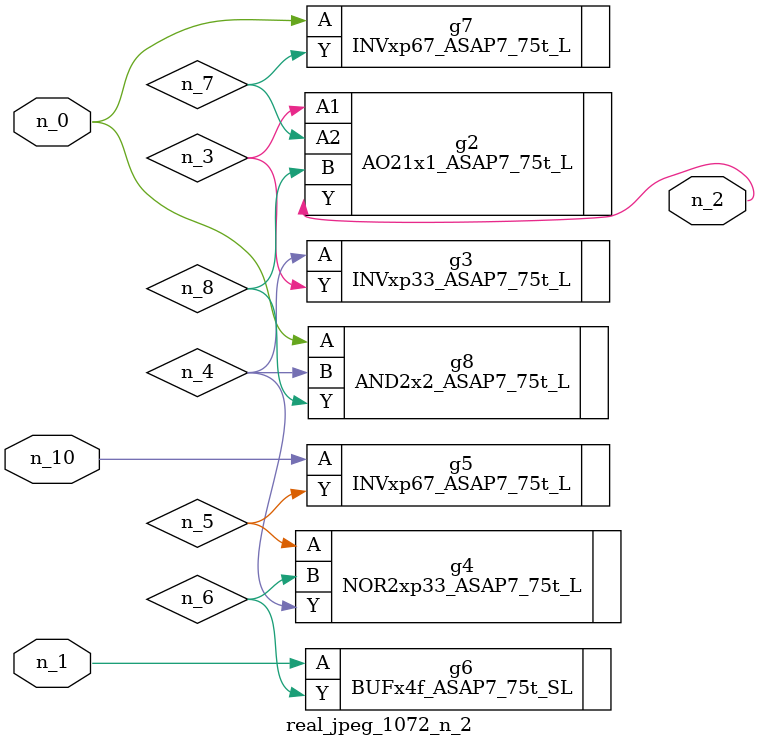
<source format=v>
module real_jpeg_1072_n_2 (n_1, n_10, n_0, n_2);

input n_1;
input n_10;
input n_0;

output n_2;

wire n_5;
wire n_4;
wire n_8;
wire n_6;
wire n_7;
wire n_3;

INVxp67_ASAP7_75t_L g7 ( 
.A(n_0),
.Y(n_7)
);

AND2x2_ASAP7_75t_L g8 ( 
.A(n_0),
.B(n_4),
.Y(n_8)
);

BUFx4f_ASAP7_75t_SL g6 ( 
.A(n_1),
.Y(n_6)
);

AO21x1_ASAP7_75t_L g2 ( 
.A1(n_3),
.A2(n_7),
.B(n_8),
.Y(n_2)
);

INVxp33_ASAP7_75t_L g3 ( 
.A(n_4),
.Y(n_3)
);

NOR2xp33_ASAP7_75t_L g4 ( 
.A(n_5),
.B(n_6),
.Y(n_4)
);

INVxp67_ASAP7_75t_L g5 ( 
.A(n_10),
.Y(n_5)
);


endmodule
</source>
